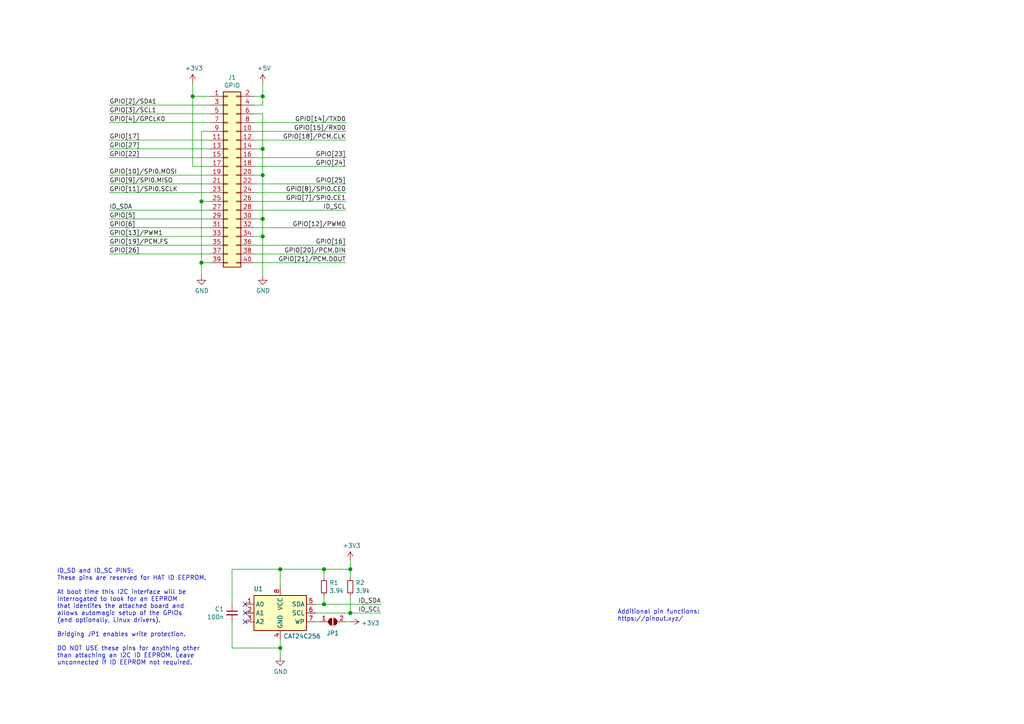
<source format=kicad_sch>
(kicad_sch (version 20211123) (generator eeschema)

  (uuid e63e39d7-6ac0-4ffd-8aa3-1841a4541b55)

  (paper "A4")

  (title_block
    (date "15 nov 2012")
  )

  (lib_symbols
    (symbol "Connector_Generic:Conn_02x20_Odd_Even" (pin_names (offset 1.016) hide) (in_bom yes) (on_board yes)
      (property "Reference" "J" (id 0) (at 1.27 25.4 0)
        (effects (font (size 1.27 1.27)))
      )
      (property "Value" "Conn_02x20_Odd_Even" (id 1) (at 1.27 -27.94 0)
        (effects (font (size 1.27 1.27)))
      )
      (property "Footprint" "" (id 2) (at 0 0 0)
        (effects (font (size 1.27 1.27)) hide)
      )
      (property "Datasheet" "~" (id 3) (at 0 0 0)
        (effects (font (size 1.27 1.27)) hide)
      )
      (property "ki_keywords" "connector" (id 4) (at 0 0 0)
        (effects (font (size 1.27 1.27)) hide)
      )
      (property "ki_description" "Generic connector, double row, 02x20, odd/even pin numbering scheme (row 1 odd numbers, row 2 even numbers), script generated (kicad-library-utils/schlib/autogen/connector/)" (id 5) (at 0 0 0)
        (effects (font (size 1.27 1.27)) hide)
      )
      (property "ki_fp_filters" "Connector*:*_2x??_*" (id 6) (at 0 0 0)
        (effects (font (size 1.27 1.27)) hide)
      )
      (symbol "Conn_02x20_Odd_Even_1_1"
        (rectangle (start -1.27 -25.273) (end 0 -25.527)
          (stroke (width 0.1524) (type default) (color 0 0 0 0))
          (fill (type none))
        )
        (rectangle (start -1.27 -22.733) (end 0 -22.987)
          (stroke (width 0.1524) (type default) (color 0 0 0 0))
          (fill (type none))
        )
        (rectangle (start -1.27 -20.193) (end 0 -20.447)
          (stroke (width 0.1524) (type default) (color 0 0 0 0))
          (fill (type none))
        )
        (rectangle (start -1.27 -17.653) (end 0 -17.907)
          (stroke (width 0.1524) (type default) (color 0 0 0 0))
          (fill (type none))
        )
        (rectangle (start -1.27 -15.113) (end 0 -15.367)
          (stroke (width 0.1524) (type default) (color 0 0 0 0))
          (fill (type none))
        )
        (rectangle (start -1.27 -12.573) (end 0 -12.827)
          (stroke (width 0.1524) (type default) (color 0 0 0 0))
          (fill (type none))
        )
        (rectangle (start -1.27 -10.033) (end 0 -10.287)
          (stroke (width 0.1524) (type default) (color 0 0 0 0))
          (fill (type none))
        )
        (rectangle (start -1.27 -7.493) (end 0 -7.747)
          (stroke (width 0.1524) (type default) (color 0 0 0 0))
          (fill (type none))
        )
        (rectangle (start -1.27 -4.953) (end 0 -5.207)
          (stroke (width 0.1524) (type default) (color 0 0 0 0))
          (fill (type none))
        )
        (rectangle (start -1.27 -2.413) (end 0 -2.667)
          (stroke (width 0.1524) (type default) (color 0 0 0 0))
          (fill (type none))
        )
        (rectangle (start -1.27 0.127) (end 0 -0.127)
          (stroke (width 0.1524) (type default) (color 0 0 0 0))
          (fill (type none))
        )
        (rectangle (start -1.27 2.667) (end 0 2.413)
          (stroke (width 0.1524) (type default) (color 0 0 0 0))
          (fill (type none))
        )
        (rectangle (start -1.27 5.207) (end 0 4.953)
          (stroke (width 0.1524) (type default) (color 0 0 0 0))
          (fill (type none))
        )
        (rectangle (start -1.27 7.747) (end 0 7.493)
          (stroke (width 0.1524) (type default) (color 0 0 0 0))
          (fill (type none))
        )
        (rectangle (start -1.27 10.287) (end 0 10.033)
          (stroke (width 0.1524) (type default) (color 0 0 0 0))
          (fill (type none))
        )
        (rectangle (start -1.27 12.827) (end 0 12.573)
          (stroke (width 0.1524) (type default) (color 0 0 0 0))
          (fill (type none))
        )
        (rectangle (start -1.27 15.367) (end 0 15.113)
          (stroke (width 0.1524) (type default) (color 0 0 0 0))
          (fill (type none))
        )
        (rectangle (start -1.27 17.907) (end 0 17.653)
          (stroke (width 0.1524) (type default) (color 0 0 0 0))
          (fill (type none))
        )
        (rectangle (start -1.27 20.447) (end 0 20.193)
          (stroke (width 0.1524) (type default) (color 0 0 0 0))
          (fill (type none))
        )
        (rectangle (start -1.27 22.987) (end 0 22.733)
          (stroke (width 0.1524) (type default) (color 0 0 0 0))
          (fill (type none))
        )
        (rectangle (start -1.27 24.13) (end 3.81 -26.67)
          (stroke (width 0.254) (type default) (color 0 0 0 0))
          (fill (type background))
        )
        (rectangle (start 3.81 -25.273) (end 2.54 -25.527)
          (stroke (width 0.1524) (type default) (color 0 0 0 0))
          (fill (type none))
        )
        (rectangle (start 3.81 -22.733) (end 2.54 -22.987)
          (stroke (width 0.1524) (type default) (color 0 0 0 0))
          (fill (type none))
        )
        (rectangle (start 3.81 -20.193) (end 2.54 -20.447)
          (stroke (width 0.1524) (type default) (color 0 0 0 0))
          (fill (type none))
        )
        (rectangle (start 3.81 -17.653) (end 2.54 -17.907)
          (stroke (width 0.1524) (type default) (color 0 0 0 0))
          (fill (type none))
        )
        (rectangle (start 3.81 -15.113) (end 2.54 -15.367)
          (stroke (width 0.1524) (type default) (color 0 0 0 0))
          (fill (type none))
        )
        (rectangle (start 3.81 -12.573) (end 2.54 -12.827)
          (stroke (width 0.1524) (type default) (color 0 0 0 0))
          (fill (type none))
        )
        (rectangle (start 3.81 -10.033) (end 2.54 -10.287)
          (stroke (width 0.1524) (type default) (color 0 0 0 0))
          (fill (type none))
        )
        (rectangle (start 3.81 -7.493) (end 2.54 -7.747)
          (stroke (width 0.1524) (type default) (color 0 0 0 0))
          (fill (type none))
        )
        (rectangle (start 3.81 -4.953) (end 2.54 -5.207)
          (stroke (width 0.1524) (type default) (color 0 0 0 0))
          (fill (type none))
        )
        (rectangle (start 3.81 -2.413) (end 2.54 -2.667)
          (stroke (width 0.1524) (type default) (color 0 0 0 0))
          (fill (type none))
        )
        (rectangle (start 3.81 0.127) (end 2.54 -0.127)
          (stroke (width 0.1524) (type default) (color 0 0 0 0))
          (fill (type none))
        )
        (rectangle (start 3.81 2.667) (end 2.54 2.413)
          (stroke (width 0.1524) (type default) (color 0 0 0 0))
          (fill (type none))
        )
        (rectangle (start 3.81 5.207) (end 2.54 4.953)
          (stroke (width 0.1524) (type default) (color 0 0 0 0))
          (fill (type none))
        )
        (rectangle (start 3.81 7.747) (end 2.54 7.493)
          (stroke (width 0.1524) (type default) (color 0 0 0 0))
          (fill (type none))
        )
        (rectangle (start 3.81 10.287) (end 2.54 10.033)
          (stroke (width 0.1524) (type default) (color 0 0 0 0))
          (fill (type none))
        )
        (rectangle (start 3.81 12.827) (end 2.54 12.573)
          (stroke (width 0.1524) (type default) (color 0 0 0 0))
          (fill (type none))
        )
        (rectangle (start 3.81 15.367) (end 2.54 15.113)
          (stroke (width 0.1524) (type default) (color 0 0 0 0))
          (fill (type none))
        )
        (rectangle (start 3.81 17.907) (end 2.54 17.653)
          (stroke (width 0.1524) (type default) (color 0 0 0 0))
          (fill (type none))
        )
        (rectangle (start 3.81 20.447) (end 2.54 20.193)
          (stroke (width 0.1524) (type default) (color 0 0 0 0))
          (fill (type none))
        )
        (rectangle (start 3.81 22.987) (end 2.54 22.733)
          (stroke (width 0.1524) (type default) (color 0 0 0 0))
          (fill (type none))
        )
        (pin passive line (at -5.08 22.86 0) (length 3.81)
          (name "Pin_1" (effects (font (size 1.27 1.27))))
          (number "1" (effects (font (size 1.27 1.27))))
        )
        (pin passive line (at 7.62 12.7 180) (length 3.81)
          (name "Pin_10" (effects (font (size 1.27 1.27))))
          (number "10" (effects (font (size 1.27 1.27))))
        )
        (pin passive line (at -5.08 10.16 0) (length 3.81)
          (name "Pin_11" (effects (font (size 1.27 1.27))))
          (number "11" (effects (font (size 1.27 1.27))))
        )
        (pin passive line (at 7.62 10.16 180) (length 3.81)
          (name "Pin_12" (effects (font (size 1.27 1.27))))
          (number "12" (effects (font (size 1.27 1.27))))
        )
        (pin passive line (at -5.08 7.62 0) (length 3.81)
          (name "Pin_13" (effects (font (size 1.27 1.27))))
          (number "13" (effects (font (size 1.27 1.27))))
        )
        (pin passive line (at 7.62 7.62 180) (length 3.81)
          (name "Pin_14" (effects (font (size 1.27 1.27))))
          (number "14" (effects (font (size 1.27 1.27))))
        )
        (pin passive line (at -5.08 5.08 0) (length 3.81)
          (name "Pin_15" (effects (font (size 1.27 1.27))))
          (number "15" (effects (font (size 1.27 1.27))))
        )
        (pin passive line (at 7.62 5.08 180) (length 3.81)
          (name "Pin_16" (effects (font (size 1.27 1.27))))
          (number "16" (effects (font (size 1.27 1.27))))
        )
        (pin passive line (at -5.08 2.54 0) (length 3.81)
          (name "Pin_17" (effects (font (size 1.27 1.27))))
          (number "17" (effects (font (size 1.27 1.27))))
        )
        (pin passive line (at 7.62 2.54 180) (length 3.81)
          (name "Pin_18" (effects (font (size 1.27 1.27))))
          (number "18" (effects (font (size 1.27 1.27))))
        )
        (pin passive line (at -5.08 0 0) (length 3.81)
          (name "Pin_19" (effects (font (size 1.27 1.27))))
          (number "19" (effects (font (size 1.27 1.27))))
        )
        (pin passive line (at 7.62 22.86 180) (length 3.81)
          (name "Pin_2" (effects (font (size 1.27 1.27))))
          (number "2" (effects (font (size 1.27 1.27))))
        )
        (pin passive line (at 7.62 0 180) (length 3.81)
          (name "Pin_20" (effects (font (size 1.27 1.27))))
          (number "20" (effects (font (size 1.27 1.27))))
        )
        (pin passive line (at -5.08 -2.54 0) (length 3.81)
          (name "Pin_21" (effects (font (size 1.27 1.27))))
          (number "21" (effects (font (size 1.27 1.27))))
        )
        (pin passive line (at 7.62 -2.54 180) (length 3.81)
          (name "Pin_22" (effects (font (size 1.27 1.27))))
          (number "22" (effects (font (size 1.27 1.27))))
        )
        (pin passive line (at -5.08 -5.08 0) (length 3.81)
          (name "Pin_23" (effects (font (size 1.27 1.27))))
          (number "23" (effects (font (size 1.27 1.27))))
        )
        (pin passive line (at 7.62 -5.08 180) (length 3.81)
          (name "Pin_24" (effects (font (size 1.27 1.27))))
          (number "24" (effects (font (size 1.27 1.27))))
        )
        (pin passive line (at -5.08 -7.62 0) (length 3.81)
          (name "Pin_25" (effects (font (size 1.27 1.27))))
          (number "25" (effects (font (size 1.27 1.27))))
        )
        (pin passive line (at 7.62 -7.62 180) (length 3.81)
          (name "Pin_26" (effects (font (size 1.27 1.27))))
          (number "26" (effects (font (size 1.27 1.27))))
        )
        (pin passive line (at -5.08 -10.16 0) (length 3.81)
          (name "Pin_27" (effects (font (size 1.27 1.27))))
          (number "27" (effects (font (size 1.27 1.27))))
        )
        (pin passive line (at 7.62 -10.16 180) (length 3.81)
          (name "Pin_28" (effects (font (size 1.27 1.27))))
          (number "28" (effects (font (size 1.27 1.27))))
        )
        (pin passive line (at -5.08 -12.7 0) (length 3.81)
          (name "Pin_29" (effects (font (size 1.27 1.27))))
          (number "29" (effects (font (size 1.27 1.27))))
        )
        (pin passive line (at -5.08 20.32 0) (length 3.81)
          (name "Pin_3" (effects (font (size 1.27 1.27))))
          (number "3" (effects (font (size 1.27 1.27))))
        )
        (pin passive line (at 7.62 -12.7 180) (length 3.81)
          (name "Pin_30" (effects (font (size 1.27 1.27))))
          (number "30" (effects (font (size 1.27 1.27))))
        )
        (pin passive line (at -5.08 -15.24 0) (length 3.81)
          (name "Pin_31" (effects (font (size 1.27 1.27))))
          (number "31" (effects (font (size 1.27 1.27))))
        )
        (pin passive line (at 7.62 -15.24 180) (length 3.81)
          (name "Pin_32" (effects (font (size 1.27 1.27))))
          (number "32" (effects (font (size 1.27 1.27))))
        )
        (pin passive line (at -5.08 -17.78 0) (length 3.81)
          (name "Pin_33" (effects (font (size 1.27 1.27))))
          (number "33" (effects (font (size 1.27 1.27))))
        )
        (pin passive line (at 7.62 -17.78 180) (length 3.81)
          (name "Pin_34" (effects (font (size 1.27 1.27))))
          (number "34" (effects (font (size 1.27 1.27))))
        )
        (pin passive line (at -5.08 -20.32 0) (length 3.81)
          (name "Pin_35" (effects (font (size 1.27 1.27))))
          (number "35" (effects (font (size 1.27 1.27))))
        )
        (pin passive line (at 7.62 -20.32 180) (length 3.81)
          (name "Pin_36" (effects (font (size 1.27 1.27))))
          (number "36" (effects (font (size 1.27 1.27))))
        )
        (pin passive line (at -5.08 -22.86 0) (length 3.81)
          (name "Pin_37" (effects (font (size 1.27 1.27))))
          (number "37" (effects (font (size 1.27 1.27))))
        )
        (pin passive line (at 7.62 -22.86 180) (length 3.81)
          (name "Pin_38" (effects (font (size 1.27 1.27))))
          (number "38" (effects (font (size 1.27 1.27))))
        )
        (pin passive line (at -5.08 -25.4 0) (length 3.81)
          (name "Pin_39" (effects (font (size 1.27 1.27))))
          (number "39" (effects (font (size 1.27 1.27))))
        )
        (pin passive line (at 7.62 20.32 180) (length 3.81)
          (name "Pin_4" (effects (font (size 1.27 1.27))))
          (number "4" (effects (font (size 1.27 1.27))))
        )
        (pin passive line (at 7.62 -25.4 180) (length 3.81)
          (name "Pin_40" (effects (font (size 1.27 1.27))))
          (number "40" (effects (font (size 1.27 1.27))))
        )
        (pin passive line (at -5.08 17.78 0) (length 3.81)
          (name "Pin_5" (effects (font (size 1.27 1.27))))
          (number "5" (effects (font (size 1.27 1.27))))
        )
        (pin passive line (at 7.62 17.78 180) (length 3.81)
          (name "Pin_6" (effects (font (size 1.27 1.27))))
          (number "6" (effects (font (size 1.27 1.27))))
        )
        (pin passive line (at -5.08 15.24 0) (length 3.81)
          (name "Pin_7" (effects (font (size 1.27 1.27))))
          (number "7" (effects (font (size 1.27 1.27))))
        )
        (pin passive line (at 7.62 15.24 180) (length 3.81)
          (name "Pin_8" (effects (font (size 1.27 1.27))))
          (number "8" (effects (font (size 1.27 1.27))))
        )
        (pin passive line (at -5.08 12.7 0) (length 3.81)
          (name "Pin_9" (effects (font (size 1.27 1.27))))
          (number "9" (effects (font (size 1.27 1.27))))
        )
      )
    )
    (symbol "Device:C_Small" (pin_numbers hide) (pin_names (offset 0.254) hide) (in_bom yes) (on_board yes)
      (property "Reference" "C" (id 0) (at 0.254 1.778 0)
        (effects (font (size 1.27 1.27)) (justify left))
      )
      (property "Value" "C_Small" (id 1) (at 0.254 -2.032 0)
        (effects (font (size 1.27 1.27)) (justify left))
      )
      (property "Footprint" "" (id 2) (at 0 0 0)
        (effects (font (size 1.27 1.27)) hide)
      )
      (property "Datasheet" "~" (id 3) (at 0 0 0)
        (effects (font (size 1.27 1.27)) hide)
      )
      (property "ki_keywords" "capacitor cap" (id 4) (at 0 0 0)
        (effects (font (size 1.27 1.27)) hide)
      )
      (property "ki_description" "Unpolarized capacitor, small symbol" (id 5) (at 0 0 0)
        (effects (font (size 1.27 1.27)) hide)
      )
      (property "ki_fp_filters" "C_*" (id 6) (at 0 0 0)
        (effects (font (size 1.27 1.27)) hide)
      )
      (symbol "C_Small_0_1"
        (polyline
          (pts
            (xy -1.524 -0.508)
            (xy 1.524 -0.508)
          )
          (stroke (width 0.3302) (type default) (color 0 0 0 0))
          (fill (type none))
        )
        (polyline
          (pts
            (xy -1.524 0.508)
            (xy 1.524 0.508)
          )
          (stroke (width 0.3048) (type default) (color 0 0 0 0))
          (fill (type none))
        )
      )
      (symbol "C_Small_1_1"
        (pin passive line (at 0 2.54 270) (length 2.032)
          (name "~" (effects (font (size 1.27 1.27))))
          (number "1" (effects (font (size 1.27 1.27))))
        )
        (pin passive line (at 0 -2.54 90) (length 2.032)
          (name "~" (effects (font (size 1.27 1.27))))
          (number "2" (effects (font (size 1.27 1.27))))
        )
      )
    )
    (symbol "Device:R_Small" (pin_numbers hide) (pin_names (offset 0.254) hide) (in_bom yes) (on_board yes)
      (property "Reference" "R" (id 0) (at 0.762 0.508 0)
        (effects (font (size 1.27 1.27)) (justify left))
      )
      (property "Value" "R_Small" (id 1) (at 0.762 -1.016 0)
        (effects (font (size 1.27 1.27)) (justify left))
      )
      (property "Footprint" "" (id 2) (at 0 0 0)
        (effects (font (size 1.27 1.27)) hide)
      )
      (property "Datasheet" "~" (id 3) (at 0 0 0)
        (effects (font (size 1.27 1.27)) hide)
      )
      (property "ki_keywords" "R resistor" (id 4) (at 0 0 0)
        (effects (font (size 1.27 1.27)) hide)
      )
      (property "ki_description" "Resistor, small symbol" (id 5) (at 0 0 0)
        (effects (font (size 1.27 1.27)) hide)
      )
      (property "ki_fp_filters" "R_*" (id 6) (at 0 0 0)
        (effects (font (size 1.27 1.27)) hide)
      )
      (symbol "R_Small_0_1"
        (rectangle (start -0.762 1.778) (end 0.762 -1.778)
          (stroke (width 0.2032) (type default) (color 0 0 0 0))
          (fill (type none))
        )
      )
      (symbol "R_Small_1_1"
        (pin passive line (at 0 2.54 270) (length 0.762)
          (name "~" (effects (font (size 1.27 1.27))))
          (number "1" (effects (font (size 1.27 1.27))))
        )
        (pin passive line (at 0 -2.54 90) (length 0.762)
          (name "~" (effects (font (size 1.27 1.27))))
          (number "2" (effects (font (size 1.27 1.27))))
        )
      )
    )
    (symbol "Jumper:SolderJumper_2_Open" (pin_names (offset 0) hide) (in_bom yes) (on_board yes)
      (property "Reference" "JP" (id 0) (at 0 2.032 0)
        (effects (font (size 1.27 1.27)))
      )
      (property "Value" "SolderJumper_2_Open" (id 1) (at 0 -2.54 0)
        (effects (font (size 1.27 1.27)))
      )
      (property "Footprint" "" (id 2) (at 0 0 0)
        (effects (font (size 1.27 1.27)) hide)
      )
      (property "Datasheet" "~" (id 3) (at 0 0 0)
        (effects (font (size 1.27 1.27)) hide)
      )
      (property "ki_keywords" "solder jumper SPST" (id 4) (at 0 0 0)
        (effects (font (size 1.27 1.27)) hide)
      )
      (property "ki_description" "Solder Jumper, 2-pole, open" (id 5) (at 0 0 0)
        (effects (font (size 1.27 1.27)) hide)
      )
      (property "ki_fp_filters" "SolderJumper*Open*" (id 6) (at 0 0 0)
        (effects (font (size 1.27 1.27)) hide)
      )
      (symbol "SolderJumper_2_Open_0_1"
        (arc (start -0.254 1.016) (mid -1.27 0) (end -0.254 -1.016)
          (stroke (width 0) (type default) (color 0 0 0 0))
          (fill (type none))
        )
        (arc (start -0.254 1.016) (mid -1.27 0) (end -0.254 -1.016)
          (stroke (width 0) (type default) (color 0 0 0 0))
          (fill (type outline))
        )
        (polyline
          (pts
            (xy -0.254 1.016)
            (xy -0.254 -1.016)
          )
          (stroke (width 0) (type default) (color 0 0 0 0))
          (fill (type none))
        )
        (polyline
          (pts
            (xy 0.254 1.016)
            (xy 0.254 -1.016)
          )
          (stroke (width 0) (type default) (color 0 0 0 0))
          (fill (type none))
        )
        (arc (start 0.254 -1.016) (mid 1.27 0) (end 0.254 1.016)
          (stroke (width 0) (type default) (color 0 0 0 0))
          (fill (type none))
        )
        (arc (start 0.254 -1.016) (mid 1.27 0) (end 0.254 1.016)
          (stroke (width 0) (type default) (color 0 0 0 0))
          (fill (type outline))
        )
      )
      (symbol "SolderJumper_2_Open_1_1"
        (pin passive line (at -3.81 0 0) (length 2.54)
          (name "A" (effects (font (size 1.27 1.27))))
          (number "1" (effects (font (size 1.27 1.27))))
        )
        (pin passive line (at 3.81 0 180) (length 2.54)
          (name "B" (effects (font (size 1.27 1.27))))
          (number "2" (effects (font (size 1.27 1.27))))
        )
      )
    )
    (symbol "Memory_EEPROM:CAT24C256" (in_bom yes) (on_board yes)
      (property "Reference" "U" (id 0) (at -6.35 6.35 0)
        (effects (font (size 1.27 1.27)))
      )
      (property "Value" "CAT24C256" (id 1) (at 1.27 6.35 0)
        (effects (font (size 1.27 1.27)) (justify left))
      )
      (property "Footprint" "" (id 2) (at 0 0 0)
        (effects (font (size 1.27 1.27)) hide)
      )
      (property "Datasheet" "https://www.onsemi.cn/PowerSolutions/document/CAT24C256-D.PDF" (id 3) (at 0 0 0)
        (effects (font (size 1.27 1.27)) hide)
      )
      (property "ki_keywords" "I2C EEPROM Serial 256kb" (id 4) (at 0 0 0)
        (effects (font (size 1.27 1.27)) hide)
      )
      (property "ki_description" "256 kb CMOS Serial EEPROM, DIP-8/SOIC-8/TSSOP-8/DFN-8" (id 5) (at 0 0 0)
        (effects (font (size 1.27 1.27)) hide)
      )
      (property "ki_fp_filters" "DIP*W7.62mm* SOIC*3.9x4.9mm* TSSOP*4.4x3mm*P0.65mm* DFN*3x2mm*P0.5mm*" (id 6) (at 0 0 0)
        (effects (font (size 1.27 1.27)) hide)
      )
      (symbol "CAT24C256_1_1"
        (rectangle (start -7.62 5.08) (end 7.62 -5.08)
          (stroke (width 0.254) (type default) (color 0 0 0 0))
          (fill (type background))
        )
        (pin input line (at -10.16 2.54 0) (length 2.54)
          (name "A0" (effects (font (size 1.27 1.27))))
          (number "1" (effects (font (size 1.27 1.27))))
        )
        (pin input line (at -10.16 0 0) (length 2.54)
          (name "A1" (effects (font (size 1.27 1.27))))
          (number "2" (effects (font (size 1.27 1.27))))
        )
        (pin input line (at -10.16 -2.54 0) (length 2.54)
          (name "A2" (effects (font (size 1.27 1.27))))
          (number "3" (effects (font (size 1.27 1.27))))
        )
        (pin power_in line (at 0 -7.62 90) (length 2.54)
          (name "GND" (effects (font (size 1.27 1.27))))
          (number "4" (effects (font (size 1.27 1.27))))
        )
        (pin bidirectional line (at 10.16 2.54 180) (length 2.54)
          (name "SDA" (effects (font (size 1.27 1.27))))
          (number "5" (effects (font (size 1.27 1.27))))
        )
        (pin input line (at 10.16 0 180) (length 2.54)
          (name "SCL" (effects (font (size 1.27 1.27))))
          (number "6" (effects (font (size 1.27 1.27))))
        )
        (pin input line (at 10.16 -2.54 180) (length 2.54)
          (name "WP" (effects (font (size 1.27 1.27))))
          (number "7" (effects (font (size 1.27 1.27))))
        )
        (pin power_in line (at 0 7.62 270) (length 2.54)
          (name "VCC" (effects (font (size 1.27 1.27))))
          (number "8" (effects (font (size 1.27 1.27))))
        )
      )
    )
    (symbol "power:+3.3V" (power) (pin_names (offset 0)) (in_bom yes) (on_board yes)
      (property "Reference" "#PWR" (id 0) (at 0 -3.81 0)
        (effects (font (size 1.27 1.27)) hide)
      )
      (property "Value" "+3.3V" (id 1) (at 0 3.556 0)
        (effects (font (size 1.27 1.27)))
      )
      (property "Footprint" "" (id 2) (at 0 0 0)
        (effects (font (size 1.27 1.27)) hide)
      )
      (property "Datasheet" "" (id 3) (at 0 0 0)
        (effects (font (size 1.27 1.27)) hide)
      )
      (property "ki_keywords" "power-flag" (id 4) (at 0 0 0)
        (effects (font (size 1.27 1.27)) hide)
      )
      (property "ki_description" "Power symbol creates a global label with name \"+3.3V\"" (id 5) (at 0 0 0)
        (effects (font (size 1.27 1.27)) hide)
      )
      (symbol "+3.3V_0_1"
        (polyline
          (pts
            (xy -0.762 1.27)
            (xy 0 2.54)
          )
          (stroke (width 0) (type default) (color 0 0 0 0))
          (fill (type none))
        )
        (polyline
          (pts
            (xy 0 0)
            (xy 0 2.54)
          )
          (stroke (width 0) (type default) (color 0 0 0 0))
          (fill (type none))
        )
        (polyline
          (pts
            (xy 0 2.54)
            (xy 0.762 1.27)
          )
          (stroke (width 0) (type default) (color 0 0 0 0))
          (fill (type none))
        )
      )
      (symbol "+3.3V_1_1"
        (pin power_in line (at 0 0 90) (length 0) hide
          (name "+3V3" (effects (font (size 1.27 1.27))))
          (number "1" (effects (font (size 1.27 1.27))))
        )
      )
    )
    (symbol "power:+5V" (power) (pin_names (offset 0)) (in_bom yes) (on_board yes)
      (property "Reference" "#PWR" (id 0) (at 0 -3.81 0)
        (effects (font (size 1.27 1.27)) hide)
      )
      (property "Value" "+5V" (id 1) (at 0 3.556 0)
        (effects (font (size 1.27 1.27)))
      )
      (property "Footprint" "" (id 2) (at 0 0 0)
        (effects (font (size 1.27 1.27)) hide)
      )
      (property "Datasheet" "" (id 3) (at 0 0 0)
        (effects (font (size 1.27 1.27)) hide)
      )
      (property "ki_keywords" "power-flag" (id 4) (at 0 0 0)
        (effects (font (size 1.27 1.27)) hide)
      )
      (property "ki_description" "Power symbol creates a global label with name \"+5V\"" (id 5) (at 0 0 0)
        (effects (font (size 1.27 1.27)) hide)
      )
      (symbol "+5V_0_1"
        (polyline
          (pts
            (xy -0.762 1.27)
            (xy 0 2.54)
          )
          (stroke (width 0) (type default) (color 0 0 0 0))
          (fill (type none))
        )
        (polyline
          (pts
            (xy 0 0)
            (xy 0 2.54)
          )
          (stroke (width 0) (type default) (color 0 0 0 0))
          (fill (type none))
        )
        (polyline
          (pts
            (xy 0 2.54)
            (xy 0.762 1.27)
          )
          (stroke (width 0) (type default) (color 0 0 0 0))
          (fill (type none))
        )
      )
      (symbol "+5V_1_1"
        (pin power_in line (at 0 0 90) (length 0) hide
          (name "+5V" (effects (font (size 1.27 1.27))))
          (number "1" (effects (font (size 1.27 1.27))))
        )
      )
    )
    (symbol "power:GND" (power) (pin_names (offset 0)) (in_bom yes) (on_board yes)
      (property "Reference" "#PWR" (id 0) (at 0 -6.35 0)
        (effects (font (size 1.27 1.27)) hide)
      )
      (property "Value" "GND" (id 1) (at 0 -3.81 0)
        (effects (font (size 1.27 1.27)))
      )
      (property "Footprint" "" (id 2) (at 0 0 0)
        (effects (font (size 1.27 1.27)) hide)
      )
      (property "Datasheet" "" (id 3) (at 0 0 0)
        (effects (font (size 1.27 1.27)) hide)
      )
      (property "ki_keywords" "power-flag" (id 4) (at 0 0 0)
        (effects (font (size 1.27 1.27)) hide)
      )
      (property "ki_description" "Power symbol creates a global label with name \"GND\" , ground" (id 5) (at 0 0 0)
        (effects (font (size 1.27 1.27)) hide)
      )
      (symbol "GND_0_1"
        (polyline
          (pts
            (xy 0 0)
            (xy 0 -1.27)
            (xy 1.27 -1.27)
            (xy 0 -2.54)
            (xy -1.27 -1.27)
            (xy 0 -1.27)
          )
          (stroke (width 0) (type default) (color 0 0 0 0))
          (fill (type none))
        )
      )
      (symbol "GND_1_1"
        (pin power_in line (at 0 0 270) (length 0) hide
          (name "GND" (effects (font (size 1.27 1.27))))
          (number "1" (effects (font (size 1.27 1.27))))
        )
      )
    )
  )

  (junction (at 93.98 175.26) (diameter 1.016) (color 0 0 0 0)
    (uuid 0b21a65d-d20b-411e-920a-75c343ac5136)
  )
  (junction (at 76.2 27.94) (diameter 1.016) (color 0 0 0 0)
    (uuid 0eaa98f0-9565-4637-ace3-42a5231b07f7)
  )
  (junction (at 81.28 187.96) (diameter 1.016) (color 0 0 0 0)
    (uuid 0f22151c-f260-4674-b486-4710a2c42a55)
  )
  (junction (at 76.2 43.18) (diameter 1.016) (color 0 0 0 0)
    (uuid 181abe7a-f941-42b6-bd46-aaa3131f90fb)
  )
  (junction (at 81.28 165.1) (diameter 1.016) (color 0 0 0 0)
    (uuid 1831fb37-1c5d-42c4-b898-151be6fca9dc)
  )
  (junction (at 101.6 165.1) (diameter 1.016) (color 0 0 0 0)
    (uuid 3cd1bda0-18db-417d-b581-a0c50623df68)
  )
  (junction (at 58.42 76.2) (diameter 1.016) (color 0 0 0 0)
    (uuid 704d6d51-bb34-4cbf-83d8-841e208048d8)
  )
  (junction (at 58.42 58.42) (diameter 1.016) (color 0 0 0 0)
    (uuid 8174b4de-74b1-48db-ab8e-c8432251095b)
  )
  (junction (at 76.2 68.58) (diameter 1.016) (color 0 0 0 0)
    (uuid 9340c285-5767-42d5-8b6d-63fe2a40ddf3)
  )
  (junction (at 76.2 63.5) (diameter 1.016) (color 0 0 0 0)
    (uuid c41b3c8b-634e-435a-b582-96b83bbd4032)
  )
  (junction (at 76.2 50.8) (diameter 1.016) (color 0 0 0 0)
    (uuid ce83728b-bebd-48c2-8734-b6a50d837931)
  )
  (junction (at 101.6 177.8) (diameter 1.016) (color 0 0 0 0)
    (uuid d57dcfee-5058-4fc2-a68b-05f9a48f685b)
  )
  (junction (at 55.88 27.94) (diameter 1.016) (color 0 0 0 0)
    (uuid fd470e95-4861-44fe-b1e4-6d8a7c66e144)
  )
  (junction (at 93.98 165.1) (diameter 1.016) (color 0 0 0 0)
    (uuid fe8d9267-7834-48d6-a191-c8724b2ee78d)
  )

  (no_connect (at 71.12 175.26) (uuid 00f1806c-4158-494e-882b-c5ac9b7a930a))
  (no_connect (at 71.12 177.8) (uuid 00f1806c-4158-494e-882b-c5ac9b7a930b))
  (no_connect (at 71.12 180.34) (uuid 00f1806c-4158-494e-882b-c5ac9b7a930c))

  (wire (pts (xy 58.42 58.42) (xy 58.42 76.2))
    (stroke (width 0) (type solid) (color 0 0 0 0))
    (uuid 015c5535-b3ef-4c28-99b9-4f3baef056f3)
  )
  (wire (pts (xy 73.66 58.42) (xy 100.33 58.42))
    (stroke (width 0) (type solid) (color 0 0 0 0))
    (uuid 01e536fb-12ab-43ce-a95e-82675e37d4b7)
  )
  (wire (pts (xy 60.96 40.64) (xy 31.75 40.64))
    (stroke (width 0) (type solid) (color 0 0 0 0))
    (uuid 0694ca26-7b8c-4c30-bae9-3b74fab1e60a)
  )
  (wire (pts (xy 81.28 165.1) (xy 93.98 165.1))
    (stroke (width 0) (type solid) (color 0 0 0 0))
    (uuid 070d8c6a-2ebf-42c1-8318-37fabbee6ffa)
  )
  (wire (pts (xy 101.6 165.1) (xy 93.98 165.1))
    (stroke (width 0) (type solid) (color 0 0 0 0))
    (uuid 070d8c6a-2ebf-42c1-8318-37fabbee6ffb)
  )
  (wire (pts (xy 101.6 167.64) (xy 101.6 165.1))
    (stroke (width 0) (type solid) (color 0 0 0 0))
    (uuid 070d8c6a-2ebf-42c1-8318-37fabbee6ffc)
  )
  (wire (pts (xy 76.2 33.02) (xy 76.2 43.18))
    (stroke (width 0) (type solid) (color 0 0 0 0))
    (uuid 0d143423-c9d6-49e3-8b7d-f1137d1a3509)
  )
  (wire (pts (xy 76.2 50.8) (xy 73.66 50.8))
    (stroke (width 0) (type solid) (color 0 0 0 0))
    (uuid 0ee91a98-576f-43c1-89f6-61acc2cb1f13)
  )
  (wire (pts (xy 76.2 63.5) (xy 76.2 68.58))
    (stroke (width 0) (type solid) (color 0 0 0 0))
    (uuid 164f1958-8ee6-4c3d-9df0-03613712fa6f)
  )
  (wire (pts (xy 76.2 50.8) (xy 76.2 63.5))
    (stroke (width 0) (type solid) (color 0 0 0 0))
    (uuid 252c2642-5979-4a84-8d39-11da2e3821fe)
  )
  (wire (pts (xy 73.66 35.56) (xy 100.33 35.56))
    (stroke (width 0) (type solid) (color 0 0 0 0))
    (uuid 2710a316-ad7d-4403-afc1-1df73ba69697)
  )
  (wire (pts (xy 58.42 38.1) (xy 58.42 58.42))
    (stroke (width 0) (type solid) (color 0 0 0 0))
    (uuid 29651976-85fe-45df-9d6a-4d640774cbbc)
  )
  (wire (pts (xy 91.44 175.26) (xy 93.98 175.26))
    (stroke (width 0) (type solid) (color 0 0 0 0))
    (uuid 2b5ed9dc-9932-4186-b4a5-acc313524916)
  )
  (wire (pts (xy 93.98 175.26) (xy 110.49 175.26))
    (stroke (width 0) (type solid) (color 0 0 0 0))
    (uuid 2b5ed9dc-9932-4186-b4a5-acc313524917)
  )
  (wire (pts (xy 58.42 38.1) (xy 60.96 38.1))
    (stroke (width 0) (type solid) (color 0 0 0 0))
    (uuid 335bbf29-f5b7-4e5a-993a-a34ce5ab5756)
  )
  (wire (pts (xy 91.44 180.34) (xy 92.71 180.34))
    (stroke (width 0) (type solid) (color 0 0 0 0))
    (uuid 339c1cb3-13cc-4af2-b40d-8433a6750a0e)
  )
  (wire (pts (xy 100.33 180.34) (xy 101.6 180.34))
    (stroke (width 0) (type solid) (color 0 0 0 0))
    (uuid 339c1cb3-13cc-4af2-b40d-8433a6750a0f)
  )
  (wire (pts (xy 73.66 55.88) (xy 100.33 55.88))
    (stroke (width 0) (type solid) (color 0 0 0 0))
    (uuid 3522f983-faf4-44f4-900c-086a3d364c60)
  )
  (wire (pts (xy 60.96 60.96) (xy 31.75 60.96))
    (stroke (width 0) (type solid) (color 0 0 0 0))
    (uuid 37ae508e-6121-46a7-8162-5c727675dd10)
  )
  (wire (pts (xy 31.75 63.5) (xy 60.96 63.5))
    (stroke (width 0) (type solid) (color 0 0 0 0))
    (uuid 3b2261b8-cc6a-4f24-9a9d-8411b13f362c)
  )
  (wire (pts (xy 58.42 58.42) (xy 60.96 58.42))
    (stroke (width 0) (type solid) (color 0 0 0 0))
    (uuid 46f8757d-31ce-45ba-9242-48e76c9438b1)
  )
  (wire (pts (xy 101.6 162.56) (xy 101.6 165.1))
    (stroke (width 0) (type solid) (color 0 0 0 0))
    (uuid 471e5a22-03a8-48a4-9d0f-23177f21743e)
  )
  (wire (pts (xy 73.66 45.72) (xy 100.33 45.72))
    (stroke (width 0) (type solid) (color 0 0 0 0))
    (uuid 4c544204-3530-479b-b097-35aa046ba896)
  )
  (wire (pts (xy 81.28 165.1) (xy 81.28 170.18))
    (stroke (width 0) (type solid) (color 0 0 0 0))
    (uuid 4caa0f28-ce0b-471d-b577-0039388b4c45)
  )
  (wire (pts (xy 73.66 76.2) (xy 100.33 76.2))
    (stroke (width 0) (type solid) (color 0 0 0 0))
    (uuid 55a29370-8495-4737-906c-8b505e228668)
  )
  (wire (pts (xy 58.42 76.2) (xy 58.42 80.01))
    (stroke (width 0) (type solid) (color 0 0 0 0))
    (uuid 55b53b1d-809a-4a85-8714-920d35727332)
  )
  (wire (pts (xy 31.75 43.18) (xy 60.96 43.18))
    (stroke (width 0) (type solid) (color 0 0 0 0))
    (uuid 55d9c53c-6409-4360-8797-b4f7b28c4137)
  )
  (wire (pts (xy 101.6 172.72) (xy 101.6 177.8))
    (stroke (width 0) (type solid) (color 0 0 0 0))
    (uuid 55f6e653-5566-4dc1-9254-245bc71d20bc)
  )
  (wire (pts (xy 55.88 24.13) (xy 55.88 27.94))
    (stroke (width 0) (type solid) (color 0 0 0 0))
    (uuid 57c01d09-da37-45de-b174-3ad4f982af7b)
  )
  (wire (pts (xy 76.2 68.58) (xy 73.66 68.58))
    (stroke (width 0) (type solid) (color 0 0 0 0))
    (uuid 62f43b49-7566-4f4c-b16f-9b95531f6d28)
  )
  (wire (pts (xy 31.75 33.02) (xy 60.96 33.02))
    (stroke (width 0) (type solid) (color 0 0 0 0))
    (uuid 67559638-167e-4f06-9757-aeeebf7e8930)
  )
  (wire (pts (xy 31.75 55.88) (xy 60.96 55.88))
    (stroke (width 0) (type solid) (color 0 0 0 0))
    (uuid 6c897b01-6835-4bf3-885d-4b22704f8f6e)
  )
  (wire (pts (xy 55.88 48.26) (xy 60.96 48.26))
    (stroke (width 0) (type solid) (color 0 0 0 0))
    (uuid 707b993a-397a-40ee-bc4e-978ea0af003d)
  )
  (wire (pts (xy 60.96 30.48) (xy 31.75 30.48))
    (stroke (width 0) (type solid) (color 0 0 0 0))
    (uuid 73aefdad-91c2-4f5e-80c2-3f1cf4134807)
  )
  (wire (pts (xy 76.2 27.94) (xy 76.2 30.48))
    (stroke (width 0) (type solid) (color 0 0 0 0))
    (uuid 7645e45b-ebbd-4531-92c9-9c38081bbf8d)
  )
  (wire (pts (xy 76.2 43.18) (xy 76.2 50.8))
    (stroke (width 0) (type solid) (color 0 0 0 0))
    (uuid 7aed86fe-31d5-4139-a0b1-020ce61800b6)
  )
  (wire (pts (xy 73.66 40.64) (xy 100.33 40.64))
    (stroke (width 0) (type solid) (color 0 0 0 0))
    (uuid 7d1a0af8-a3d8-4dbb-9873-21a280e175b7)
  )
  (wire (pts (xy 76.2 43.18) (xy 73.66 43.18))
    (stroke (width 0) (type solid) (color 0 0 0 0))
    (uuid 7dd33798-d6eb-48c4-8355-bbeae3353a44)
  )
  (wire (pts (xy 76.2 24.13) (xy 76.2 27.94))
    (stroke (width 0) (type solid) (color 0 0 0 0))
    (uuid 825ec672-c6b3-4524-894f-bfac8191e641)
  )
  (wire (pts (xy 31.75 35.56) (xy 60.96 35.56))
    (stroke (width 0) (type solid) (color 0 0 0 0))
    (uuid 85bd9bea-9b41-4249-9626-26358781edd8)
  )
  (wire (pts (xy 93.98 165.1) (xy 93.98 167.64))
    (stroke (width 0) (type solid) (color 0 0 0 0))
    (uuid 869f46fa-a7f3-4d7c-9d0c-d6ade9d41a8f)
  )
  (wire (pts (xy 76.2 27.94) (xy 73.66 27.94))
    (stroke (width 0) (type solid) (color 0 0 0 0))
    (uuid 8846d55b-57bd-4185-9629-4525ca309ac0)
  )
  (wire (pts (xy 55.88 27.94) (xy 55.88 48.26))
    (stroke (width 0) (type solid) (color 0 0 0 0))
    (uuid 8930c626-5f36-458c-88ae-90e6918556cc)
  )
  (wire (pts (xy 73.66 48.26) (xy 100.33 48.26))
    (stroke (width 0) (type solid) (color 0 0 0 0))
    (uuid 8b129051-97ca-49cd-adf8-4efb5043fabb)
  )
  (wire (pts (xy 73.66 38.1) (xy 100.33 38.1))
    (stroke (width 0) (type solid) (color 0 0 0 0))
    (uuid 8ccbbafc-2cdc-415a-ac78-6ccd25489208)
  )
  (wire (pts (xy 93.98 172.72) (xy 93.98 175.26))
    (stroke (width 0) (type solid) (color 0 0 0 0))
    (uuid 8fcb2962-2812-4d94-b7ba-a3af9613255a)
  )
  (wire (pts (xy 91.44 177.8) (xy 101.6 177.8))
    (stroke (width 0) (type solid) (color 0 0 0 0))
    (uuid 92611e1c-9e36-42b2-a6c7-1ef2cb0c90d9)
  )
  (wire (pts (xy 101.6 177.8) (xy 110.49 177.8))
    (stroke (width 0) (type solid) (color 0 0 0 0))
    (uuid 92611e1c-9e36-42b2-a6c7-1ef2cb0c90da)
  )
  (wire (pts (xy 31.75 45.72) (xy 60.96 45.72))
    (stroke (width 0) (type solid) (color 0 0 0 0))
    (uuid 9705171e-2fe8-4d02-a114-94335e138862)
  )
  (wire (pts (xy 31.75 53.34) (xy 60.96 53.34))
    (stroke (width 0) (type solid) (color 0 0 0 0))
    (uuid 98a1aa7c-68bd-4966-834d-f673bb2b8d39)
  )
  (wire (pts (xy 31.75 66.04) (xy 60.96 66.04))
    (stroke (width 0) (type solid) (color 0 0 0 0))
    (uuid a571c038-3cc2-4848-b404-365f2f7338be)
  )
  (wire (pts (xy 76.2 30.48) (xy 73.66 30.48))
    (stroke (width 0) (type solid) (color 0 0 0 0))
    (uuid a82219f8-a00b-446a-aba9-4cd0a8dd81f2)
  )
  (wire (pts (xy 31.75 71.12) (xy 60.96 71.12))
    (stroke (width 0) (type solid) (color 0 0 0 0))
    (uuid b07bae11-81ae-4941-a5ed-27fd323486e6)
  )
  (wire (pts (xy 73.66 71.12) (xy 100.33 71.12))
    (stroke (width 0) (type solid) (color 0 0 0 0))
    (uuid b36591f4-a77c-49fb-84e3-ce0d65ee7c7c)
  )
  (wire (pts (xy 73.66 66.04) (xy 100.33 66.04))
    (stroke (width 0) (type solid) (color 0 0 0 0))
    (uuid b73bbc85-9c79-4ab1-bfa9-ba86dc5a73fe)
  )
  (wire (pts (xy 58.42 76.2) (xy 60.96 76.2))
    (stroke (width 0) (type solid) (color 0 0 0 0))
    (uuid b8286aaf-3086-41e1-a5dc-8f8a05589eb9)
  )
  (wire (pts (xy 73.66 73.66) (xy 100.33 73.66))
    (stroke (width 0) (type solid) (color 0 0 0 0))
    (uuid bc7a73bf-d271-462c-8196-ea5c7867515d)
  )
  (wire (pts (xy 76.2 33.02) (xy 73.66 33.02))
    (stroke (width 0) (type solid) (color 0 0 0 0))
    (uuid c15b519d-5e2e-489c-91b6-d8ff3e8343cb)
  )
  (wire (pts (xy 31.75 73.66) (xy 60.96 73.66))
    (stroke (width 0) (type solid) (color 0 0 0 0))
    (uuid c373340b-844b-44cd-869b-a1267d366977)
  )
  (wire (pts (xy 67.31 165.1) (xy 67.31 175.26))
    (stroke (width 0) (type solid) (color 0 0 0 0))
    (uuid d4943e77-b82c-4b31-b869-1ebef0c1006a)
  )
  (wire (pts (xy 67.31 180.34) (xy 67.31 187.96))
    (stroke (width 0) (type solid) (color 0 0 0 0))
    (uuid d4943e77-b82c-4b31-b869-1ebef0c1006b)
  )
  (wire (pts (xy 67.31 187.96) (xy 81.28 187.96))
    (stroke (width 0) (type solid) (color 0 0 0 0))
    (uuid d4943e77-b82c-4b31-b869-1ebef0c1006c)
  )
  (wire (pts (xy 81.28 165.1) (xy 67.31 165.1))
    (stroke (width 0) (type solid) (color 0 0 0 0))
    (uuid d4943e77-b82c-4b31-b869-1ebef0c1006d)
  )
  (wire (pts (xy 81.28 185.42) (xy 81.28 187.96))
    (stroke (width 0) (type solid) (color 0 0 0 0))
    (uuid d773dac9-0643-4f25-9c16-c53483acc4da)
  )
  (wire (pts (xy 81.28 187.96) (xy 81.28 190.5))
    (stroke (width 0) (type solid) (color 0 0 0 0))
    (uuid d773dac9-0643-4f25-9c16-c53483acc4db)
  )
  (wire (pts (xy 76.2 68.58) (xy 76.2 80.01))
    (stroke (width 0) (type solid) (color 0 0 0 0))
    (uuid ddb5ec2a-613c-4ee5-b250-77656b088e84)
  )
  (wire (pts (xy 73.66 53.34) (xy 100.33 53.34))
    (stroke (width 0) (type solid) (color 0 0 0 0))
    (uuid df2cdc6b-e26c-482b-83a5-6c3aa0b9bc90)
  )
  (wire (pts (xy 60.96 68.58) (xy 31.75 68.58))
    (stroke (width 0) (type solid) (color 0 0 0 0))
    (uuid df3b4a97-babc-4be9-b107-e59b56293dde)
  )
  (wire (pts (xy 76.2 63.5) (xy 73.66 63.5))
    (stroke (width 0) (type solid) (color 0 0 0 0))
    (uuid e93ad2ad-5587-4125-b93d-270df22eadfa)
  )
  (wire (pts (xy 55.88 27.94) (xy 60.96 27.94))
    (stroke (width 0) (type solid) (color 0 0 0 0))
    (uuid ed4af6f5-c1f9-4ac6-b35e-2b9ff5cd0eb3)
  )
  (wire (pts (xy 60.96 50.8) (xy 31.75 50.8))
    (stroke (width 0) (type solid) (color 0 0 0 0))
    (uuid f9be6c8e-7532-415b-be21-5f82d7d7f74e)
  )
  (wire (pts (xy 73.66 60.96) (xy 100.33 60.96))
    (stroke (width 0) (type solid) (color 0 0 0 0))
    (uuid f9e11340-14c0-4808-933b-bc348b73b18e)
  )

  (text "Additional pin functions:\nhttps://pinout.xyz/" (at 179.07 180.34 0)
    (effects (font (size 1.27 1.27)) (justify left bottom))
    (uuid 36e2c557-2c2a-4fba-9b6f-1167ab8ec281)
  )
  (text "ID_SD and ID_SC PINS:\nThese pins are reserved for HAT ID EEPROM.\n\nAt boot time this I2C interface will be\ninterrogated to look for an EEPROM\nthat identifes the attached board and\nallows automagic setup of the GPIOs\n(and optionally, Linux drivers).\n\nBridging JP1 enables write protection.\n\nDO NOT USE these pins for anything other\nthan attaching an I2C ID EEPROM. Leave\nunconnected if ID EEPROM not required."
    (at 16.51 193.04 0)
    (effects (font (size 1.27 1.27)) (justify left bottom))
    (uuid 8714082a-55fe-4a29-9d48-99ae1ef73073)
  )

  (label "ID_SDA" (at 31.75 60.96 0)
    (effects (font (size 1.27 1.27)) (justify left bottom))
    (uuid 0a44feb6-de6a-4996-b011-73867d835568)
  )
  (label "GPIO[6]" (at 31.75 66.04 0)
    (effects (font (size 1.27 1.27)) (justify left bottom))
    (uuid 0bec16b3-1718-4967-abb5-89274b1e4c31)
  )
  (label "ID_SDA" (at 110.49 175.26 180)
    (effects (font (size 1.27 1.27)) (justify right bottom))
    (uuid 1a04dd3c-a998-471b-a6ad-d738b9730bca)
  )
  (label "ID_SCL" (at 100.33 60.96 180)
    (effects (font (size 1.27 1.27)) (justify right bottom))
    (uuid 28cc0d46-7a8d-4c3b-8c53-d5a776b1d5a9)
  )
  (label "GPIO[5]" (at 31.75 63.5 0)
    (effects (font (size 1.27 1.27)) (justify left bottom))
    (uuid 29d046c2-f681-4254-89b3-1ec3aa495433)
  )
  (label "GPIO[21]{slash}PCM.DOUT" (at 100.33 76.2 180)
    (effects (font (size 1.27 1.27)) (justify right bottom))
    (uuid 31b15bb4-e7a6-46f1-aabc-e5f3cca1ba4f)
  )
  (label "GPIO[19]{slash}PCM.FS" (at 31.75 71.12 0)
    (effects (font (size 1.27 1.27)) (justify left bottom))
    (uuid 3388965f-bec1-490c-9b08-dbac9be27c37)
  )
  (label "GPIO[10]{slash}SPI0.MOSI" (at 31.75 50.8 0)
    (effects (font (size 1.27 1.27)) (justify left bottom))
    (uuid 35a1cc8d-cefe-4fd3-8f7e-ebdbdbd072ee)
  )
  (label "GPIO[9]{slash}SPI0.MISO" (at 31.75 53.34 0)
    (effects (font (size 1.27 1.27)) (justify left bottom))
    (uuid 3911220d-b117-4874-8479-50c0285caa70)
  )
  (label "GPIO[23]" (at 100.33 45.72 180)
    (effects (font (size 1.27 1.27)) (justify right bottom))
    (uuid 45550f58-81b3-4113-a98b-8910341c00d8)
  )
  (label "GPIO[4]{slash}GPCLK0" (at 31.75 35.56 0)
    (effects (font (size 1.27 1.27)) (justify left bottom))
    (uuid 5069ddbc-357e-4355-aaa5-a8f551963b7a)
  )
  (label "GPIO[27]" (at 31.75 43.18 0)
    (effects (font (size 1.27 1.27)) (justify left bottom))
    (uuid 591fa762-d154-4cf7-8db7-a10b610ff12a)
  )
  (label "GPIO[26]" (at 31.75 73.66 0)
    (effects (font (size 1.27 1.27)) (justify left bottom))
    (uuid 5f2ee32f-d6d5-4b76-8935-0d57826ec36e)
  )
  (label "GPIO[14]{slash}TXD0" (at 100.33 35.56 180)
    (effects (font (size 1.27 1.27)) (justify right bottom))
    (uuid 610a05f5-0e9b-4f2c-960c-05aafdc8e1b9)
  )
  (label "GPIO[8]{slash}SPI0.CE0" (at 100.33 55.88 180)
    (effects (font (size 1.27 1.27)) (justify right bottom))
    (uuid 64ee07d4-0247-486c-a5b0-d3d33362f168)
  )
  (label "GPIO[15]{slash}RXD0" (at 100.33 38.1 180)
    (effects (font (size 1.27 1.27)) (justify right bottom))
    (uuid 6638ca0d-5409-4e89-aef0-b0f245a25578)
  )
  (label "GPIO[16]" (at 100.33 71.12 180)
    (effects (font (size 1.27 1.27)) (justify right bottom))
    (uuid 6a63dbe8-50e2-4ffb-a55f-e0df0f695e9b)
  )
  (label "GPIO[22]" (at 31.75 45.72 0)
    (effects (font (size 1.27 1.27)) (justify left bottom))
    (uuid 831c710c-4564-4e13-951a-b3746ba43c78)
  )
  (label "GPIO[2]{slash}SDA1" (at 31.75 30.48 0)
    (effects (font (size 1.27 1.27)) (justify left bottom))
    (uuid 8fb0631c-564a-4f96-b39b-2f827bb204a3)
  )
  (label "GPIO[17]" (at 31.75 40.64 0)
    (effects (font (size 1.27 1.27)) (justify left bottom))
    (uuid 9316d4cc-792f-4eb9-8a8b-1201587737ed)
  )
  (label "GPIO[25]" (at 100.33 53.34 180)
    (effects (font (size 1.27 1.27)) (justify right bottom))
    (uuid 9d507609-a820-4ac3-9e87-451a1c0e6633)
  )
  (label "GPIO[3]{slash}SCL1" (at 31.75 33.02 0)
    (effects (font (size 1.27 1.27)) (justify left bottom))
    (uuid a1cb0f9a-5b27-4e0e-bc79-c6e0ff4c58f7)
  )
  (label "GPIO[18]{slash}PCM.CLK" (at 100.33 40.64 180)
    (effects (font (size 1.27 1.27)) (justify right bottom))
    (uuid a46d6ef9-bb48-47fb-afed-157a64315177)
  )
  (label "GPIO[12]{slash}PWM0" (at 100.33 66.04 180)
    (effects (font (size 1.27 1.27)) (justify right bottom))
    (uuid a9ed66d3-a7fc-4839-b265-b9a21ee7fc85)
  )
  (label "GPIO[13]{slash}PWM1" (at 31.75 68.58 0)
    (effects (font (size 1.27 1.27)) (justify left bottom))
    (uuid b2ab078a-8774-4d1b-9381-5fcf23cc6a42)
  )
  (label "GPIO[20]{slash}PCM.DIN" (at 100.33 73.66 180)
    (effects (font (size 1.27 1.27)) (justify right bottom))
    (uuid b64a2cd2-1bcf-4d65-ac61-508537c93d3e)
  )
  (label "GPIO[24]" (at 100.33 48.26 180)
    (effects (font (size 1.27 1.27)) (justify right bottom))
    (uuid b8e48041-ff05-4814-a4a3-fb04f84542aa)
  )
  (label "GPIO[7]{slash}SPI0.CE1" (at 100.33 58.42 180)
    (effects (font (size 1.27 1.27)) (justify right bottom))
    (uuid be4b9f73-f8d2-4c28-9237-5d7e964636fa)
  )
  (label "ID_SCL" (at 110.49 177.8 180)
    (effects (font (size 1.27 1.27)) (justify right bottom))
    (uuid dd6c1ab1-463a-460b-93e3-6e17d4c06611)
  )
  (label "GPIO[11]{slash}SPI0.SCLK" (at 31.75 55.88 0)
    (effects (font (size 1.27 1.27)) (justify left bottom))
    (uuid f9b80c2b-5447-4c6b-b35d-cb6b75fa7978)
  )

  (symbol (lib_id "power:+5V") (at 76.2 24.13 0) (unit 1)
    (in_bom yes) (on_board yes)
    (uuid 00000000-0000-0000-0000-0000580c1b61)
    (property "Reference" "#PWR01" (id 0) (at 76.2 27.94 0)
      (effects (font (size 1.27 1.27)) hide)
    )
    (property "Value" "+5V" (id 1) (at 76.5683 19.8056 0))
    (property "Footprint" "" (id 2) (at 76.2 24.13 0))
    (property "Datasheet" "" (id 3) (at 76.2 24.13 0))
    (pin "1" (uuid fd2c46a1-7aae-42a9-93da-4ab8c0ebf781))
  )

  (symbol (lib_id "power:+3.3V") (at 55.88 24.13 0) (unit 1)
    (in_bom yes) (on_board yes)
    (uuid 00000000-0000-0000-0000-0000580c1bc1)
    (property "Reference" "#PWR04" (id 0) (at 55.88 27.94 0)
      (effects (font (size 1.27 1.27)) hide)
    )
    (property "Value" "+3.3V" (id 1) (at 56.2483 19.8056 0))
    (property "Footprint" "" (id 2) (at 55.88 24.13 0))
    (property "Datasheet" "" (id 3) (at 55.88 24.13 0))
    (pin "1" (uuid fdfe2621-3322-4e6b-8d8a-a69772548e87))
  )

  (symbol (lib_id "power:GND") (at 76.2 80.01 0) (unit 1)
    (in_bom yes) (on_board yes)
    (uuid 00000000-0000-0000-0000-0000580c1d11)
    (property "Reference" "#PWR02" (id 0) (at 76.2 86.36 0)
      (effects (font (size 1.27 1.27)) hide)
    )
    (property "Value" "GND" (id 1) (at 76.3143 84.3344 0))
    (property "Footprint" "" (id 2) (at 76.2 80.01 0))
    (property "Datasheet" "" (id 3) (at 76.2 80.01 0))
    (pin "1" (uuid c4a8cca2-2b39-45ae-a676-abbcbbb9291c))
  )

  (symbol (lib_id "power:GND") (at 58.42 80.01 0) (unit 1)
    (in_bom yes) (on_board yes)
    (uuid 00000000-0000-0000-0000-0000580c1e01)
    (property "Reference" "#PWR03" (id 0) (at 58.42 86.36 0)
      (effects (font (size 1.27 1.27)) hide)
    )
    (property "Value" "GND" (id 1) (at 58.5343 84.3344 0))
    (property "Footprint" "" (id 2) (at 58.42 80.01 0))
    (property "Datasheet" "" (id 3) (at 58.42 80.01 0))
    (pin "1" (uuid 6d128834-dfd6-4792-956f-f932023802bf))
  )

  (symbol (lib_id "Connector_Generic:Conn_02x20_Odd_Even") (at 66.04 50.8 0) (unit 1)
    (in_bom yes) (on_board yes)
    (uuid 00000000-0000-0000-0000-000059ad464a)
    (property "Reference" "J1" (id 0) (at 67.31 22.4598 0))
    (property "Value" "GPIO" (id 1) (at 67.31 24.765 0))
    (property "Footprint" "Connector_PinSocket_2.54mm:PinSocket_2x20_P2.54mm_Vertical" (id 2) (at -57.15 74.93 0)
      (effects (font (size 1.27 1.27)) hide)
    )
    (property "Datasheet" "" (id 3) (at -57.15 74.93 0)
      (effects (font (size 1.27 1.27)) hide)
    )
    (pin "1" (uuid 8d678796-43d4-427f-808d-7fd8ec169db6))
    (pin "10" (uuid 60352f90-6662-4327-b929-2a652377970d))
    (pin "11" (uuid bcebd85f-ba9c-4326-8583-2d16e80f86cc))
    (pin "12" (uuid 374dda98-f237-42fb-9b1c-5ef014922323))
    (pin "13" (uuid dc56ad3e-bf8f-4c14-9986-bfbd814e6046))
    (pin "14" (uuid 22de7a1e-7139-424e-a08f-5637a3cbb7ec))
    (pin "15" (uuid 99d4839a-5e23-4f38-87be-cc216cfbc92e))
    (pin "16" (uuid bf484b5b-d704-482d-82b9-398bc4428b95))
    (pin "17" (uuid c90bbfc0-7eb1-4380-a651-41bf50b1220f))
    (pin "18" (uuid 03383b10-1079-4fba-8060-9f9c53c058bc))
    (pin "19" (uuid 1924e169-9490-4063-bf3c-15acdcf52237))
    (pin "2" (uuid ad7257c9-5993-4f44-95c6-bd7c1429758a))
    (pin "20" (uuid fa546df5-3653-4146-846a-6308898b49a9))
    (pin "21" (uuid 274d987a-c040-40c3-a794-43cce24b40e1))
    (pin "22" (uuid 3f3c1a2b-a960-4f18-a1ff-e16c0bb4e8be))
    (pin "23" (uuid d18e9ea2-3d2c-453b-94a1-b440c51fb517))
    (pin "24" (uuid 883cea99-bf86-4a21-b74e-d9eccfe3bb11))
    (pin "25" (uuid ee8199e5-ca85-4477-b69b-685dac4cb36f))
    (pin "26" (uuid ae88bd49-d271-451c-b711-790ae2bc916d))
    (pin "27" (uuid e65a58d0-66df-47c8-ba7a-9decf7b62352))
    (pin "28" (uuid eb06b754-7921-4ced-b398-468daefd5fe1))
    (pin "29" (uuid 41a1996f-f227-48b7-8998-5a787b954c27))
    (pin "3" (uuid 63960b0f-1103-4a28-98e8-6366c9251923))
    (pin "30" (uuid 0f40f8fe-41f2-45a3-bfad-404e1753e1a3))
    (pin "31" (uuid 875dc476-7474-4fa2-b0bc-7184c49f0cce))
    (pin "32" (uuid 2e41567c-59c4-47e5-9704-fc8ccbdf4458))
    (pin "33" (uuid 1dcb890b-0384-4fe7-a919-40b76d67acdc))
    (pin "34" (uuid 363e3701-da11-4161-8070-aecd7d8230aa))
    (pin "35" (uuid cfa5c1a9-80ca-4c9f-a2f8-811b12be8c74))
    (pin "36" (uuid 4f5db303-972a-4513-a45e-b6a6994e610f))
    (pin "37" (uuid 18afcba7-0034-4b0e-b10c-200435c7d68d))
    (pin "38" (uuid 392da693-2805-40a9-a609-3c755bbe5d4a))
    (pin "39" (uuid 89e25265-707b-4a0e-b226-275188cfb9ab))
    (pin "4" (uuid 9043cae1-a891-425f-9e97-d1c0287b6c05))
    (pin "40" (uuid ff41b223-909f-4cd3-85fa-f2247e7770d7))
    (pin "5" (uuid 0545cf6d-a304-4d68-a158-d3f4ce6a9e0e))
    (pin "6" (uuid caa3e93a-7968-4106-b2ea-bd924ef0c715))
    (pin "7" (uuid ab2f3015-05e6-4b38-b1fc-04c3e46e21e3))
    (pin "8" (uuid 47c7060d-0fda-4147-a0fd-4f06b00f4059))
    (pin "9" (uuid 782d2c1f-9599-409d-a3cc-c1b6fda247d8))
  )

  (symbol (lib_id "Device:C_Small") (at 67.31 177.8 0) (unit 1)
    (in_bom yes) (on_board yes)
    (uuid 0f7872a7-de47-41d5-a21f-9934102d3a5f)
    (property "Reference" "C1" (id 0) (at 64.9858 176.6506 0)
      (effects (font (size 1.27 1.27)) (justify right))
    )
    (property "Value" "100n" (id 1) (at 64.9858 178.9493 0)
      (effects (font (size 1.27 1.27)) (justify right))
    )
    (property "Footprint" "" (id 2) (at 67.31 177.8 0)
      (effects (font (size 1.27 1.27)) hide)
    )
    (property "Datasheet" "~" (id 3) (at 67.31 177.8 0)
      (effects (font (size 1.27 1.27)) hide)
    )
    (pin "1" (uuid e13b4ec0-0b1a-4833-a57f-adf38fe98aef))
    (pin "2" (uuid 9ff3840e-e443-49e8-9fe8-411a314c02cc))
  )

  (symbol (lib_id "Device:R_Small") (at 93.98 170.18 0) (unit 1)
    (in_bom yes) (on_board yes)
    (uuid 23a975f6-1804-488b-95df-72344a03f45b)
    (property "Reference" "R1" (id 0) (at 95.4786 169.037 0)
      (effects (font (size 1.27 1.27)) (justify left))
    )
    (property "Value" "3.9k" (id 1) (at 95.4787 171.3293 0)
      (effects (font (size 1.27 1.27)) (justify left))
    )
    (property "Footprint" "" (id 2) (at 93.98 170.18 0)
      (effects (font (size 1.27 1.27)) hide)
    )
    (property "Datasheet" "~" (id 3) (at 93.98 170.18 0)
      (effects (font (size 1.27 1.27)) hide)
    )
    (pin "1" (uuid c26b8bce-ef1b-44c3-8d6f-bdc9a8551c9b))
    (pin "2" (uuid 7488f874-1953-4813-81b9-cd4227008ee3))
  )

  (symbol (lib_id "Jumper:SolderJumper_2_Open") (at 96.52 180.34 0) (unit 1)
    (in_bom yes) (on_board yes)
    (uuid 43e66c4c-de75-44f8-8171-19825b035cbb)
    (property "Reference" "JP1" (id 0) (at 96.52 183.623 0))
    (property "Value" "ID_WP" (id 1) (at 96.52 177.546 0)
      (effects (font (size 1.27 1.27)) hide)
    )
    (property "Footprint" "" (id 2) (at 96.52 180.34 0)
      (effects (font (size 1.27 1.27)) hide)
    )
    (property "Datasheet" "~" (id 3) (at 96.52 180.34 0)
      (effects (font (size 1.27 1.27)) hide)
    )
    (pin "1" (uuid 6027cf18-3c97-476a-914a-bf03e2794017))
    (pin "2" (uuid d8307d78-9c27-4726-8324-ecb2ccfc08bc))
  )

  (symbol (lib_id "Device:R_Small") (at 101.6 170.18 0) (unit 1)
    (in_bom yes) (on_board yes)
    (uuid 510c400a-2410-46b0-a7fb-1072fc4f848b)
    (property "Reference" "R2" (id 0) (at 103.0986 169.037 0)
      (effects (font (size 1.27 1.27)) (justify left))
    )
    (property "Value" "3.9k" (id 1) (at 103.0987 171.3293 0)
      (effects (font (size 1.27 1.27)) (justify left))
    )
    (property "Footprint" "" (id 2) (at 101.6 170.18 0)
      (effects (font (size 1.27 1.27)) hide)
    )
    (property "Datasheet" "~" (id 3) (at 101.6 170.18 0)
      (effects (font (size 1.27 1.27)) hide)
    )
    (pin "1" (uuid a4f8781e-a374-44fb-a7ca-795cf3eb893c))
    (pin "2" (uuid dbe59a22-f661-4a8c-ac48-ca5e69f63f72))
  )

  (symbol (lib_id "power:+3.3V") (at 101.6 162.56 0) (unit 1)
    (in_bom yes) (on_board yes)
    (uuid 55bbe0f6-d435-4137-8361-5f963fa98019)
    (property "Reference" "#PWR0101" (id 0) (at 101.6 166.37 0)
      (effects (font (size 1.27 1.27)) hide)
    )
    (property "Value" "+3.3V" (id 1) (at 101.9683 158.2356 0))
    (property "Footprint" "" (id 2) (at 101.6 162.56 0)
      (effects (font (size 1.27 1.27)) hide)
    )
    (property "Datasheet" "" (id 3) (at 101.6 162.56 0)
      (effects (font (size 1.27 1.27)) hide)
    )
    (pin "1" (uuid 95bb9371-29dc-486d-8319-3c992c77fef5))
  )

  (symbol (lib_id "Memory_EEPROM:CAT24C256") (at 81.28 177.8 0) (unit 1)
    (in_bom yes) (on_board yes)
    (uuid 6d6e5c8e-c0cf-4e61-9c00-723a754d58be)
    (property "Reference" "U1" (id 0) (at 74.93 170.7958 0))
    (property "Value" "CAT24C256" (id 1) (at 87.63 184.5245 0))
    (property "Footprint" "" (id 2) (at 81.28 177.8 0)
      (effects (font (size 1.27 1.27)) hide)
    )
    (property "Datasheet" "https://www.onsemi.cn/PowerSolutions/document/CAT24C256-D.PDF" (id 3) (at 81.28 177.8 0)
      (effects (font (size 1.27 1.27)) hide)
    )
    (pin "1" (uuid 4a4c04f8-9fad-44aa-b889-3ba05bfe1829))
    (pin "2" (uuid 92ff6496-d5bf-4391-8e29-389f9740a2b4))
    (pin "3" (uuid 23be8951-fab0-4391-83a8-051cf896efdb))
    (pin "4" (uuid 3aada76c-13fb-41b7-89c4-85865e8d2c2d))
    (pin "5" (uuid 2d9853e6-9c6c-4453-9a80-90b7c59bd6a8))
    (pin "6" (uuid 770c0314-dc3f-4d09-9932-7b770b86d08c))
    (pin "7" (uuid 133e92da-ba57-4010-9b52-6c371a2f1d86))
    (pin "8" (uuid c56f28bf-cf40-4e4e-a9f4-f21b10a5a1a0))
  )

  (symbol (lib_id "power:GND") (at 81.28 190.5 0) (unit 1)
    (in_bom yes) (on_board yes)
    (uuid b1f566e9-0031-4962-855e-0c4a126ebda1)
    (property "Reference" "#PWR0102" (id 0) (at 81.28 196.85 0)
      (effects (font (size 1.27 1.27)) hide)
    )
    (property "Value" "GND" (id 1) (at 81.3943 194.8244 0))
    (property "Footprint" "" (id 2) (at 81.28 190.5 0))
    (property "Datasheet" "" (id 3) (at 81.28 190.5 0))
    (pin "1" (uuid 6d128834-dfd6-4792-956f-f932023802c0))
  )

  (symbol (lib_id "power:+3.3V") (at 101.6 180.34 270) (unit 1)
    (in_bom yes) (on_board yes)
    (uuid d61534ae-80e4-4b99-8acb-48c690b6a4fa)
    (property "Reference" "#PWR0103" (id 0) (at 97.79 180.34 0)
      (effects (font (size 1.27 1.27)) hide)
    )
    (property "Value" "+3.3V" (id 1) (at 104.7751 180.7083 90)
      (effects (font (size 1.27 1.27)) (justify left))
    )
    (property "Footprint" "" (id 2) (at 101.6 180.34 0)
      (effects (font (size 1.27 1.27)) hide)
    )
    (property "Datasheet" "" (id 3) (at 101.6 180.34 0)
      (effects (font (size 1.27 1.27)) hide)
    )
    (pin "1" (uuid 2b1fada1-50b0-4e5a-82fb-a68db6a5e608))
  )

  (sheet_instances
    (path "/" (page "1"))
  )

  (symbol_instances
    (path "/00000000-0000-0000-0000-0000580c1b61"
      (reference "#PWR01") (unit 1) (value "+5V") (footprint "")
    )
    (path "/00000000-0000-0000-0000-0000580c1d11"
      (reference "#PWR02") (unit 1) (value "GND") (footprint "")
    )
    (path "/00000000-0000-0000-0000-0000580c1e01"
      (reference "#PWR03") (unit 1) (value "GND") (footprint "")
    )
    (path "/00000000-0000-0000-0000-0000580c1bc1"
      (reference "#PWR04") (unit 1) (value "+3.3V") (footprint "")
    )
    (path "/55bbe0f6-d435-4137-8361-5f963fa98019"
      (reference "#PWR0101") (unit 1) (value "+3.3V") (footprint "")
    )
    (path "/b1f566e9-0031-4962-855e-0c4a126ebda1"
      (reference "#PWR0102") (unit 1) (value "GND") (footprint "")
    )
    (path "/d61534ae-80e4-4b99-8acb-48c690b6a4fa"
      (reference "#PWR0103") (unit 1) (value "+3.3V") (footprint "")
    )
    (path "/0f7872a7-de47-41d5-a21f-9934102d3a5f"
      (reference "C1") (unit 1) (value "100n") (footprint "")
    )
    (path "/00000000-0000-0000-0000-000059ad464a"
      (reference "J1") (unit 1) (value "GPIO") (footprint "Connector_PinSocket_2.54mm:PinSocket_2x20_P2.54mm_Vertical")
    )
    (path "/43e66c4c-de75-44f8-8171-19825b035cbb"
      (reference "JP1") (unit 1) (value "ID_WP") (footprint "")
    )
    (path "/23a975f6-1804-488b-95df-72344a03f45b"
      (reference "R1") (unit 1) (value "3.9k") (footprint "")
    )
    (path "/510c400a-2410-46b0-a7fb-1072fc4f848b"
      (reference "R2") (unit 1) (value "3.9k") (footprint "")
    )
    (path "/6d6e5c8e-c0cf-4e61-9c00-723a754d58be"
      (reference "U1") (unit 1) (value "CAT24C256") (footprint "")
    )
  )
)

</source>
